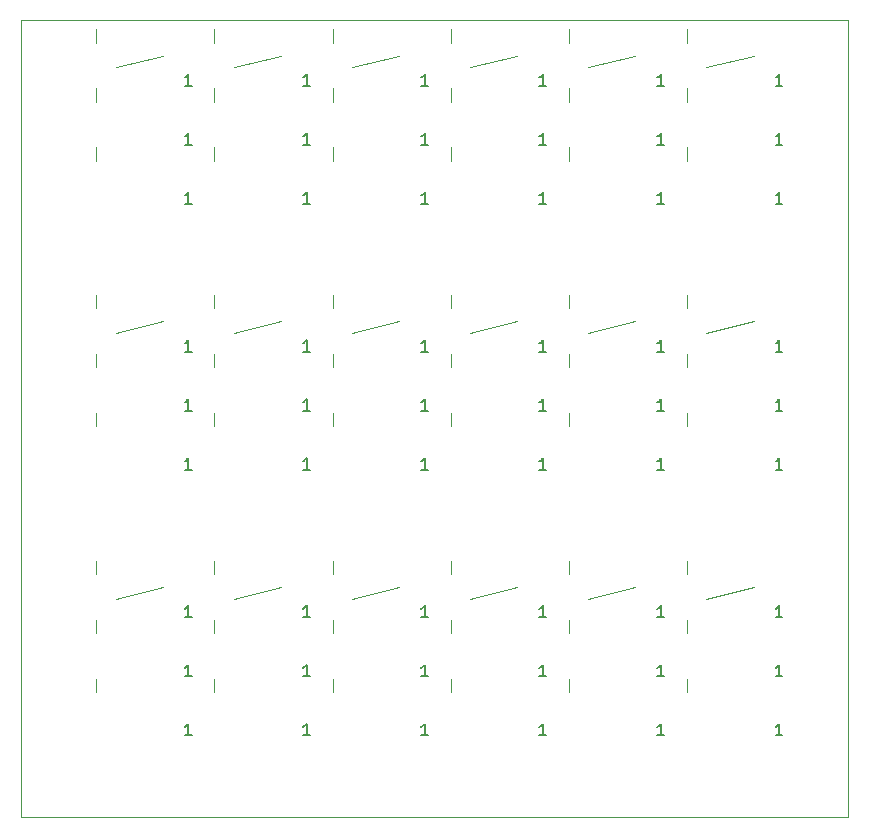
<source format=gbr>
G04 #@! TF.GenerationSoftware,KiCad,Pcbnew,5.1.10-88a1d61d58~90~ubuntu21.04.1*
G04 #@! TF.CreationDate,2021-10-15T10:02:05+02:00*
G04 #@! TF.ProjectId,IndicatorLeds,496e6469-6361-4746-9f72-4c6564732e6b,rev?*
G04 #@! TF.SameCoordinates,Original*
G04 #@! TF.FileFunction,Legend,Top*
G04 #@! TF.FilePolarity,Positive*
%FSLAX46Y46*%
G04 Gerber Fmt 4.6, Leading zero omitted, Abs format (unit mm)*
G04 Created by KiCad (PCBNEW 5.1.10-88a1d61d58~90~ubuntu21.04.1) date 2021-10-15 10:02:05*
%MOMM*%
%LPD*%
G01*
G04 APERTURE LIST*
G04 #@! TA.AperFunction,Profile*
%ADD10C,0.100000*%
G04 #@! TD*
%ADD11C,0.120000*%
%ADD12C,0.150000*%
G04 APERTURE END LIST*
D10*
X45000000Y-49999000D02*
X110000000Y-49999000D01*
X45000000Y-117501000D02*
X45000000Y-49999000D01*
X115001000Y-117501000D02*
X45000000Y-117501000D01*
X115001000Y-49999000D02*
X115001000Y-117501000D01*
X110000000Y-49999000D02*
X115001000Y-49999000D01*
D11*
X103000026Y-99000011D02*
X107000026Y-98000011D01*
X93000021Y-99000011D02*
X97000021Y-98000011D01*
X83000016Y-99000011D02*
X87000016Y-98000011D01*
X73000011Y-99000011D02*
X77000011Y-98000011D01*
X63000006Y-99000011D02*
X67000006Y-98000011D01*
X53000001Y-99000011D02*
X57000001Y-98000011D01*
X103000026Y-76500006D02*
X107000026Y-75500006D01*
X93000021Y-76500006D02*
X97000021Y-75500006D01*
X83000016Y-76500006D02*
X87000016Y-75500006D01*
X73000011Y-76500006D02*
X77000011Y-75500006D01*
X63000006Y-76500006D02*
X67000006Y-75500006D01*
X53000001Y-76500006D02*
X57000001Y-75500006D01*
X103000026Y-54000001D02*
X107000026Y-53000001D01*
X93000021Y-54000001D02*
X97000021Y-53000001D01*
X83000016Y-54000001D02*
X87000016Y-53000001D01*
X73000011Y-54000001D02*
X77000011Y-53000001D01*
X63000006Y-54000001D02*
X67000006Y-53000001D01*
X53000001Y-54000001D02*
X57000001Y-53000001D01*
G04 #@! TO.C,D1*
X101350026Y-105750011D02*
X101350026Y-106900011D01*
G04 #@! TO.C,D2*
X101350026Y-100750011D02*
X101350026Y-101900011D01*
G04 #@! TO.C,D3*
X101350026Y-95750011D02*
X101350026Y-96900011D01*
G04 #@! TO.C,D1*
X91350021Y-105750011D02*
X91350021Y-106900011D01*
G04 #@! TO.C,D2*
X91350021Y-100750011D02*
X91350021Y-101900011D01*
G04 #@! TO.C,D3*
X91350021Y-95750011D02*
X91350021Y-96900011D01*
G04 #@! TO.C,D1*
X81350016Y-105750011D02*
X81350016Y-106900011D01*
G04 #@! TO.C,D2*
X81350016Y-100750011D02*
X81350016Y-101900011D01*
G04 #@! TO.C,D3*
X81350016Y-95750011D02*
X81350016Y-96900011D01*
G04 #@! TO.C,D1*
X71350011Y-105750011D02*
X71350011Y-106900011D01*
G04 #@! TO.C,D2*
X71350011Y-100750011D02*
X71350011Y-101900011D01*
G04 #@! TO.C,D3*
X71350011Y-95750011D02*
X71350011Y-96900011D01*
G04 #@! TO.C,D1*
X61350006Y-105750011D02*
X61350006Y-106900011D01*
G04 #@! TO.C,D2*
X61350006Y-100750011D02*
X61350006Y-101900011D01*
G04 #@! TO.C,D3*
X61350006Y-95750011D02*
X61350006Y-96900011D01*
G04 #@! TO.C,D1*
X51350001Y-105750011D02*
X51350001Y-106900011D01*
G04 #@! TO.C,D2*
X51350001Y-100750011D02*
X51350001Y-101900011D01*
G04 #@! TO.C,D3*
X51350001Y-95750011D02*
X51350001Y-96900011D01*
G04 #@! TO.C,D1*
X101350026Y-83250006D02*
X101350026Y-84400006D01*
G04 #@! TO.C,D2*
X101350026Y-78250006D02*
X101350026Y-79400006D01*
G04 #@! TO.C,D3*
X101350026Y-73250006D02*
X101350026Y-74400006D01*
G04 #@! TO.C,D1*
X91350021Y-83250006D02*
X91350021Y-84400006D01*
G04 #@! TO.C,D2*
X91350021Y-78250006D02*
X91350021Y-79400006D01*
G04 #@! TO.C,D3*
X91350021Y-73250006D02*
X91350021Y-74400006D01*
G04 #@! TO.C,D1*
X81350016Y-83250006D02*
X81350016Y-84400006D01*
G04 #@! TO.C,D2*
X81350016Y-78250006D02*
X81350016Y-79400006D01*
G04 #@! TO.C,D3*
X81350016Y-73250006D02*
X81350016Y-74400006D01*
G04 #@! TO.C,D1*
X71350011Y-83250006D02*
X71350011Y-84400006D01*
G04 #@! TO.C,D2*
X71350011Y-78250006D02*
X71350011Y-79400006D01*
G04 #@! TO.C,D3*
X71350011Y-73250006D02*
X71350011Y-74400006D01*
G04 #@! TO.C,D1*
X61350006Y-83250006D02*
X61350006Y-84400006D01*
G04 #@! TO.C,D2*
X61350006Y-78250006D02*
X61350006Y-79400006D01*
G04 #@! TO.C,D3*
X61350006Y-73250006D02*
X61350006Y-74400006D01*
G04 #@! TO.C,D1*
X51350001Y-83250006D02*
X51350001Y-84400006D01*
G04 #@! TO.C,D2*
X51350001Y-78250006D02*
X51350001Y-79400006D01*
G04 #@! TO.C,D3*
X51350001Y-73250006D02*
X51350001Y-74400006D01*
G04 #@! TO.C,D1*
X101350026Y-60750001D02*
X101350026Y-61900001D01*
G04 #@! TO.C,D2*
X101350026Y-55750001D02*
X101350026Y-56900001D01*
G04 #@! TO.C,D3*
X101350026Y-50750001D02*
X101350026Y-51900001D01*
G04 #@! TO.C,D1*
X91350021Y-60750001D02*
X91350021Y-61900001D01*
G04 #@! TO.C,D2*
X91350021Y-55750001D02*
X91350021Y-56900001D01*
G04 #@! TO.C,D3*
X91350021Y-50750001D02*
X91350021Y-51900001D01*
G04 #@! TO.C,D1*
X81350016Y-60750001D02*
X81350016Y-61900001D01*
G04 #@! TO.C,D2*
X81350016Y-55750001D02*
X81350016Y-56900001D01*
G04 #@! TO.C,D3*
X81350016Y-50750001D02*
X81350016Y-51900001D01*
G04 #@! TO.C,D1*
X71350011Y-60750001D02*
X71350011Y-61900001D01*
G04 #@! TO.C,D2*
X71350011Y-55750001D02*
X71350011Y-56900001D01*
G04 #@! TO.C,D3*
X71350011Y-50750001D02*
X71350011Y-51900001D01*
G04 #@! TO.C,D1*
X61350006Y-60750001D02*
X61350006Y-61900001D01*
G04 #@! TO.C,D2*
X61350006Y-55750001D02*
X61350006Y-56900001D01*
G04 #@! TO.C,D3*
X61350006Y-50750001D02*
X61350006Y-51900001D01*
G04 #@! TO.C,D1*
X51350001Y-60750001D02*
X51350001Y-61900001D01*
G04 #@! TO.C,D2*
X51350001Y-55750001D02*
X51350001Y-56900001D01*
G04 #@! TO.C,D3*
X51350001Y-50750001D02*
X51350001Y-51900001D01*
G04 #@! TD*
G04 #@! TO.C,D1*
D12*
X109435740Y-110552391D02*
X108864311Y-110552391D01*
X109150026Y-110552391D02*
X109150026Y-109552391D01*
X109054787Y-109695249D01*
X108959549Y-109790487D01*
X108864311Y-109838106D01*
G04 #@! TO.C,D2*
X109435740Y-105552391D02*
X108864311Y-105552391D01*
X109150026Y-105552391D02*
X109150026Y-104552391D01*
X109054787Y-104695249D01*
X108959549Y-104790487D01*
X108864311Y-104838106D01*
G04 #@! TO.C,D3*
X109435740Y-100552391D02*
X108864311Y-100552391D01*
X109150026Y-100552391D02*
X109150026Y-99552391D01*
X109054787Y-99695249D01*
X108959549Y-99790487D01*
X108864311Y-99838106D01*
G04 #@! TO.C,D1*
X99435735Y-110552391D02*
X98864306Y-110552391D01*
X99150021Y-110552391D02*
X99150021Y-109552391D01*
X99054782Y-109695249D01*
X98959544Y-109790487D01*
X98864306Y-109838106D01*
G04 #@! TO.C,D2*
X99435735Y-105552391D02*
X98864306Y-105552391D01*
X99150021Y-105552391D02*
X99150021Y-104552391D01*
X99054782Y-104695249D01*
X98959544Y-104790487D01*
X98864306Y-104838106D01*
G04 #@! TO.C,D3*
X99435735Y-100552391D02*
X98864306Y-100552391D01*
X99150021Y-100552391D02*
X99150021Y-99552391D01*
X99054782Y-99695249D01*
X98959544Y-99790487D01*
X98864306Y-99838106D01*
G04 #@! TO.C,D1*
X89435730Y-110552391D02*
X88864301Y-110552391D01*
X89150016Y-110552391D02*
X89150016Y-109552391D01*
X89054777Y-109695249D01*
X88959539Y-109790487D01*
X88864301Y-109838106D01*
G04 #@! TO.C,D2*
X89435730Y-105552391D02*
X88864301Y-105552391D01*
X89150016Y-105552391D02*
X89150016Y-104552391D01*
X89054777Y-104695249D01*
X88959539Y-104790487D01*
X88864301Y-104838106D01*
G04 #@! TO.C,D3*
X89435730Y-100552391D02*
X88864301Y-100552391D01*
X89150016Y-100552391D02*
X89150016Y-99552391D01*
X89054777Y-99695249D01*
X88959539Y-99790487D01*
X88864301Y-99838106D01*
G04 #@! TO.C,D1*
X79435725Y-110552391D02*
X78864296Y-110552391D01*
X79150011Y-110552391D02*
X79150011Y-109552391D01*
X79054772Y-109695249D01*
X78959534Y-109790487D01*
X78864296Y-109838106D01*
G04 #@! TO.C,D2*
X79435725Y-105552391D02*
X78864296Y-105552391D01*
X79150011Y-105552391D02*
X79150011Y-104552391D01*
X79054772Y-104695249D01*
X78959534Y-104790487D01*
X78864296Y-104838106D01*
G04 #@! TO.C,D3*
X79435725Y-100552391D02*
X78864296Y-100552391D01*
X79150011Y-100552391D02*
X79150011Y-99552391D01*
X79054772Y-99695249D01*
X78959534Y-99790487D01*
X78864296Y-99838106D01*
G04 #@! TO.C,D1*
X69435720Y-110552391D02*
X68864291Y-110552391D01*
X69150006Y-110552391D02*
X69150006Y-109552391D01*
X69054767Y-109695249D01*
X68959529Y-109790487D01*
X68864291Y-109838106D01*
G04 #@! TO.C,D2*
X69435720Y-105552391D02*
X68864291Y-105552391D01*
X69150006Y-105552391D02*
X69150006Y-104552391D01*
X69054767Y-104695249D01*
X68959529Y-104790487D01*
X68864291Y-104838106D01*
G04 #@! TO.C,D3*
X69435720Y-100552391D02*
X68864291Y-100552391D01*
X69150006Y-100552391D02*
X69150006Y-99552391D01*
X69054767Y-99695249D01*
X68959529Y-99790487D01*
X68864291Y-99838106D01*
G04 #@! TO.C,D1*
X59435715Y-110552391D02*
X58864286Y-110552391D01*
X59150001Y-110552391D02*
X59150001Y-109552391D01*
X59054762Y-109695249D01*
X58959524Y-109790487D01*
X58864286Y-109838106D01*
G04 #@! TO.C,D2*
X59435715Y-105552391D02*
X58864286Y-105552391D01*
X59150001Y-105552391D02*
X59150001Y-104552391D01*
X59054762Y-104695249D01*
X58959524Y-104790487D01*
X58864286Y-104838106D01*
G04 #@! TO.C,D3*
X59435715Y-100552391D02*
X58864286Y-100552391D01*
X59150001Y-100552391D02*
X59150001Y-99552391D01*
X59054762Y-99695249D01*
X58959524Y-99790487D01*
X58864286Y-99838106D01*
G04 #@! TO.C,D1*
X109435740Y-88052386D02*
X108864311Y-88052386D01*
X109150026Y-88052386D02*
X109150026Y-87052386D01*
X109054787Y-87195244D01*
X108959549Y-87290482D01*
X108864311Y-87338101D01*
G04 #@! TO.C,D2*
X109435740Y-83052386D02*
X108864311Y-83052386D01*
X109150026Y-83052386D02*
X109150026Y-82052386D01*
X109054787Y-82195244D01*
X108959549Y-82290482D01*
X108864311Y-82338101D01*
G04 #@! TO.C,D3*
X109435740Y-78052386D02*
X108864311Y-78052386D01*
X109150026Y-78052386D02*
X109150026Y-77052386D01*
X109054787Y-77195244D01*
X108959549Y-77290482D01*
X108864311Y-77338101D01*
G04 #@! TO.C,D1*
X99435735Y-88052386D02*
X98864306Y-88052386D01*
X99150021Y-88052386D02*
X99150021Y-87052386D01*
X99054782Y-87195244D01*
X98959544Y-87290482D01*
X98864306Y-87338101D01*
G04 #@! TO.C,D2*
X99435735Y-83052386D02*
X98864306Y-83052386D01*
X99150021Y-83052386D02*
X99150021Y-82052386D01*
X99054782Y-82195244D01*
X98959544Y-82290482D01*
X98864306Y-82338101D01*
G04 #@! TO.C,D3*
X99435735Y-78052386D02*
X98864306Y-78052386D01*
X99150021Y-78052386D02*
X99150021Y-77052386D01*
X99054782Y-77195244D01*
X98959544Y-77290482D01*
X98864306Y-77338101D01*
G04 #@! TO.C,D1*
X89435730Y-88052386D02*
X88864301Y-88052386D01*
X89150016Y-88052386D02*
X89150016Y-87052386D01*
X89054777Y-87195244D01*
X88959539Y-87290482D01*
X88864301Y-87338101D01*
G04 #@! TO.C,D2*
X89435730Y-83052386D02*
X88864301Y-83052386D01*
X89150016Y-83052386D02*
X89150016Y-82052386D01*
X89054777Y-82195244D01*
X88959539Y-82290482D01*
X88864301Y-82338101D01*
G04 #@! TO.C,D3*
X89435730Y-78052386D02*
X88864301Y-78052386D01*
X89150016Y-78052386D02*
X89150016Y-77052386D01*
X89054777Y-77195244D01*
X88959539Y-77290482D01*
X88864301Y-77338101D01*
G04 #@! TO.C,D1*
X79435725Y-88052386D02*
X78864296Y-88052386D01*
X79150011Y-88052386D02*
X79150011Y-87052386D01*
X79054772Y-87195244D01*
X78959534Y-87290482D01*
X78864296Y-87338101D01*
G04 #@! TO.C,D2*
X79435725Y-83052386D02*
X78864296Y-83052386D01*
X79150011Y-83052386D02*
X79150011Y-82052386D01*
X79054772Y-82195244D01*
X78959534Y-82290482D01*
X78864296Y-82338101D01*
G04 #@! TO.C,D3*
X79435725Y-78052386D02*
X78864296Y-78052386D01*
X79150011Y-78052386D02*
X79150011Y-77052386D01*
X79054772Y-77195244D01*
X78959534Y-77290482D01*
X78864296Y-77338101D01*
G04 #@! TO.C,D1*
X69435720Y-88052386D02*
X68864291Y-88052386D01*
X69150006Y-88052386D02*
X69150006Y-87052386D01*
X69054767Y-87195244D01*
X68959529Y-87290482D01*
X68864291Y-87338101D01*
G04 #@! TO.C,D2*
X69435720Y-83052386D02*
X68864291Y-83052386D01*
X69150006Y-83052386D02*
X69150006Y-82052386D01*
X69054767Y-82195244D01*
X68959529Y-82290482D01*
X68864291Y-82338101D01*
G04 #@! TO.C,D3*
X69435720Y-78052386D02*
X68864291Y-78052386D01*
X69150006Y-78052386D02*
X69150006Y-77052386D01*
X69054767Y-77195244D01*
X68959529Y-77290482D01*
X68864291Y-77338101D01*
G04 #@! TO.C,D1*
X59435715Y-88052386D02*
X58864286Y-88052386D01*
X59150001Y-88052386D02*
X59150001Y-87052386D01*
X59054762Y-87195244D01*
X58959524Y-87290482D01*
X58864286Y-87338101D01*
G04 #@! TO.C,D2*
X59435715Y-83052386D02*
X58864286Y-83052386D01*
X59150001Y-83052386D02*
X59150001Y-82052386D01*
X59054762Y-82195244D01*
X58959524Y-82290482D01*
X58864286Y-82338101D01*
G04 #@! TO.C,D3*
X59435715Y-78052386D02*
X58864286Y-78052386D01*
X59150001Y-78052386D02*
X59150001Y-77052386D01*
X59054762Y-77195244D01*
X58959524Y-77290482D01*
X58864286Y-77338101D01*
G04 #@! TO.C,D1*
X109435740Y-65552381D02*
X108864311Y-65552381D01*
X109150026Y-65552381D02*
X109150026Y-64552381D01*
X109054787Y-64695239D01*
X108959549Y-64790477D01*
X108864311Y-64838096D01*
G04 #@! TO.C,D2*
X109435740Y-60552381D02*
X108864311Y-60552381D01*
X109150026Y-60552381D02*
X109150026Y-59552381D01*
X109054787Y-59695239D01*
X108959549Y-59790477D01*
X108864311Y-59838096D01*
G04 #@! TO.C,D3*
X109435740Y-55552381D02*
X108864311Y-55552381D01*
X109150026Y-55552381D02*
X109150026Y-54552381D01*
X109054787Y-54695239D01*
X108959549Y-54790477D01*
X108864311Y-54838096D01*
G04 #@! TO.C,D1*
X99435735Y-65552381D02*
X98864306Y-65552381D01*
X99150021Y-65552381D02*
X99150021Y-64552381D01*
X99054782Y-64695239D01*
X98959544Y-64790477D01*
X98864306Y-64838096D01*
G04 #@! TO.C,D2*
X99435735Y-60552381D02*
X98864306Y-60552381D01*
X99150021Y-60552381D02*
X99150021Y-59552381D01*
X99054782Y-59695239D01*
X98959544Y-59790477D01*
X98864306Y-59838096D01*
G04 #@! TO.C,D3*
X99435735Y-55552381D02*
X98864306Y-55552381D01*
X99150021Y-55552381D02*
X99150021Y-54552381D01*
X99054782Y-54695239D01*
X98959544Y-54790477D01*
X98864306Y-54838096D01*
G04 #@! TO.C,D1*
X89435730Y-65552381D02*
X88864301Y-65552381D01*
X89150016Y-65552381D02*
X89150016Y-64552381D01*
X89054777Y-64695239D01*
X88959539Y-64790477D01*
X88864301Y-64838096D01*
G04 #@! TO.C,D2*
X89435730Y-60552381D02*
X88864301Y-60552381D01*
X89150016Y-60552381D02*
X89150016Y-59552381D01*
X89054777Y-59695239D01*
X88959539Y-59790477D01*
X88864301Y-59838096D01*
G04 #@! TO.C,D3*
X89435730Y-55552381D02*
X88864301Y-55552381D01*
X89150016Y-55552381D02*
X89150016Y-54552381D01*
X89054777Y-54695239D01*
X88959539Y-54790477D01*
X88864301Y-54838096D01*
G04 #@! TO.C,D1*
X79435725Y-65552381D02*
X78864296Y-65552381D01*
X79150011Y-65552381D02*
X79150011Y-64552381D01*
X79054772Y-64695239D01*
X78959534Y-64790477D01*
X78864296Y-64838096D01*
G04 #@! TO.C,D2*
X79435725Y-60552381D02*
X78864296Y-60552381D01*
X79150011Y-60552381D02*
X79150011Y-59552381D01*
X79054772Y-59695239D01*
X78959534Y-59790477D01*
X78864296Y-59838096D01*
G04 #@! TO.C,D3*
X79435725Y-55552381D02*
X78864296Y-55552381D01*
X79150011Y-55552381D02*
X79150011Y-54552381D01*
X79054772Y-54695239D01*
X78959534Y-54790477D01*
X78864296Y-54838096D01*
G04 #@! TO.C,D1*
X69435720Y-65552381D02*
X68864291Y-65552381D01*
X69150006Y-65552381D02*
X69150006Y-64552381D01*
X69054767Y-64695239D01*
X68959529Y-64790477D01*
X68864291Y-64838096D01*
G04 #@! TO.C,D2*
X69435720Y-60552381D02*
X68864291Y-60552381D01*
X69150006Y-60552381D02*
X69150006Y-59552381D01*
X69054767Y-59695239D01*
X68959529Y-59790477D01*
X68864291Y-59838096D01*
G04 #@! TO.C,D3*
X69435720Y-55552381D02*
X68864291Y-55552381D01*
X69150006Y-55552381D02*
X69150006Y-54552381D01*
X69054767Y-54695239D01*
X68959529Y-54790477D01*
X68864291Y-54838096D01*
G04 #@! TO.C,D1*
X59435715Y-65552381D02*
X58864286Y-65552381D01*
X59150001Y-65552381D02*
X59150001Y-64552381D01*
X59054762Y-64695239D01*
X58959524Y-64790477D01*
X58864286Y-64838096D01*
G04 #@! TO.C,D2*
X59435715Y-60552381D02*
X58864286Y-60552381D01*
X59150001Y-60552381D02*
X59150001Y-59552381D01*
X59054762Y-59695239D01*
X58959524Y-59790477D01*
X58864286Y-59838096D01*
G04 #@! TO.C,D3*
X59435715Y-55552381D02*
X58864286Y-55552381D01*
X59150001Y-55552381D02*
X59150001Y-54552381D01*
X59054762Y-54695239D01*
X58959524Y-54790477D01*
X58864286Y-54838096D01*
G04 #@! TD*
M02*

</source>
